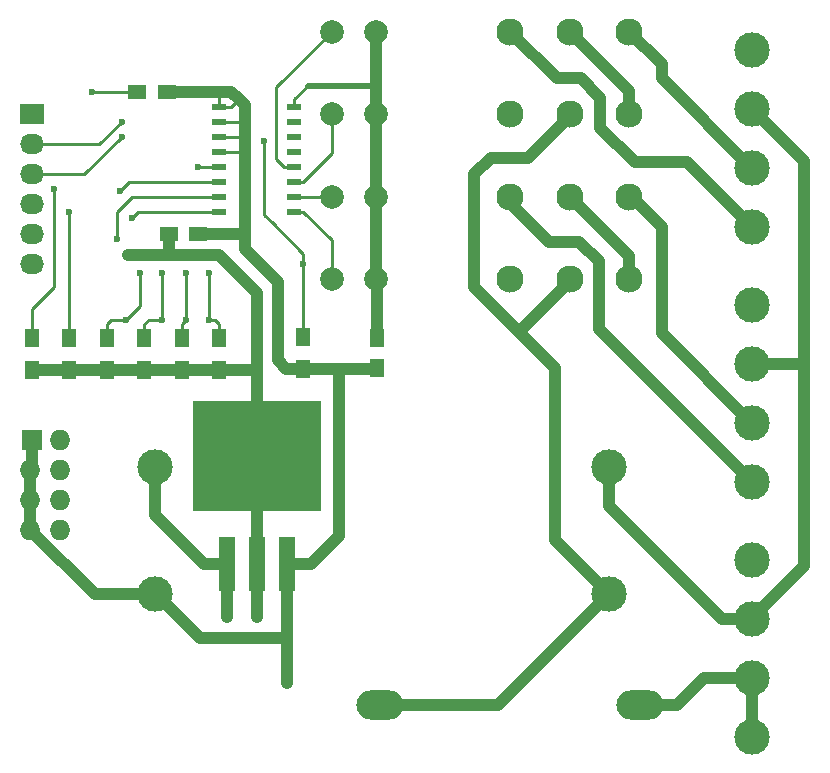
<source format=gbl>
G04 #@! TF.FileFunction,Copper,L2,Bot,Signal*
%FSLAX46Y46*%
G04 Gerber Fmt 4.6, Leading zero omitted, Abs format (unit mm)*
G04 Created by KiCad (PCBNEW 4.0.2+e4-6225~38~ubuntu14.04.1-stable) date Wed 27 Jul 2016 09:26:18 PM CEST*
%MOMM*%
G01*
G04 APERTURE LIST*
%ADD10C,0.100000*%
%ADD11R,1.727200X1.727200*%
%ADD12O,1.727200X1.727200*%
%ADD13R,1.500000X1.250000*%
%ADD14O,4.000500X2.499360*%
%ADD15R,2.032000X1.727200*%
%ADD16O,2.032000X1.727200*%
%ADD17R,1.300000X1.500000*%
%ADD18R,1.390000X4.600000*%
%ADD19R,10.800000X9.400000*%
%ADD20R,1.143000X0.508000*%
%ADD21C,3.000000*%
%ADD22C,2.300000*%
%ADD23C,2.000000*%
%ADD24R,1.250000X1.500000*%
%ADD25C,0.600000*%
%ADD26C,1.000000*%
%ADD27C,0.250000*%
%ADD28C,0.500000*%
G04 APERTURE END LIST*
D10*
D11*
X112268000Y-100330000D03*
D12*
X114681000Y-100330000D03*
X112141000Y-102870000D03*
X114681000Y-102870000D03*
X112141000Y-105410000D03*
X114681000Y-105410000D03*
X112141000Y-107950000D03*
X114681000Y-107950000D03*
D13*
X123845000Y-82931000D03*
X126345000Y-82931000D03*
X121178000Y-70866000D03*
X123678000Y-70866000D03*
D14*
X163781740Y-122809000D03*
X141780260Y-122809000D03*
D15*
X112268000Y-72771000D03*
D16*
X112268000Y-75311000D03*
X112268000Y-77851000D03*
X112268000Y-80391000D03*
X112268000Y-82931000D03*
X112268000Y-85471000D03*
D17*
X121793000Y-94441000D03*
X121793000Y-91741000D03*
X118618000Y-94441000D03*
X118618000Y-91741000D03*
X124968000Y-94441000D03*
X124968000Y-91741000D03*
X128143000Y-94441000D03*
X128143000Y-91741000D03*
X115443000Y-94441000D03*
X115443000Y-91741000D03*
X112268000Y-94441000D03*
X112268000Y-91741000D03*
X135255000Y-94314000D03*
X135255000Y-91614000D03*
D18*
X131318000Y-110871000D03*
D19*
X131318000Y-101721000D03*
D18*
X128778000Y-110871000D03*
X133858000Y-110871000D03*
D20*
X134493000Y-81026000D03*
X134493000Y-78486000D03*
X134493000Y-77216000D03*
X134493000Y-75946000D03*
X134493000Y-74676000D03*
X134493000Y-73406000D03*
X134493000Y-72136000D03*
X128143000Y-72136000D03*
X128143000Y-73406000D03*
X128143000Y-74676000D03*
X128143000Y-75946000D03*
X128143000Y-77216000D03*
X128143000Y-78486000D03*
X128143000Y-79756000D03*
X128143000Y-81026000D03*
X134493000Y-79756000D03*
D21*
X173230000Y-110476000D03*
X173230000Y-115476000D03*
X173230000Y-120476000D03*
X173230000Y-125476000D03*
X173230000Y-88886000D03*
X173230000Y-93886000D03*
X173230000Y-98886000D03*
X173230000Y-103886000D03*
X173230000Y-67296000D03*
X173230000Y-72296000D03*
X173230000Y-77296000D03*
X173230000Y-82296000D03*
X122663000Y-102661000D03*
X161163000Y-102661000D03*
X122663000Y-113411000D03*
X161163000Y-113411000D03*
D22*
X162868000Y-86741000D03*
X157828000Y-86741000D03*
X152788000Y-86741000D03*
D23*
X141448000Y-86741000D03*
X137668000Y-86741000D03*
D22*
X162868000Y-79756000D03*
X157828000Y-79756000D03*
X152788000Y-79756000D03*
D23*
X141448000Y-79756000D03*
X137668000Y-79756000D03*
D22*
X162868000Y-72771000D03*
X157828000Y-72771000D03*
X152788000Y-72771000D03*
D23*
X141448000Y-72771000D03*
X137668000Y-72771000D03*
D22*
X162868000Y-65786000D03*
X157828000Y-65786000D03*
X152788000Y-65786000D03*
D23*
X141448000Y-65786000D03*
X137668000Y-65786000D03*
D24*
X141478000Y-91714000D03*
X141478000Y-94214000D03*
D25*
X128778000Y-115316000D03*
X133858000Y-120904000D03*
X131064000Y-84963000D03*
X131318000Y-115316000D03*
X120396000Y-84709000D03*
X114173000Y-79121000D03*
X117348000Y-70866000D03*
X119888000Y-73406000D03*
X119888000Y-74676000D03*
X123317000Y-86233000D03*
X123317000Y-90170000D03*
X121412000Y-86233000D03*
X120269000Y-90170000D03*
X125349000Y-90170000D03*
X125349000Y-86233000D03*
X127254000Y-90170000D03*
X127254000Y-86233000D03*
X115443000Y-81026000D03*
X126365000Y-77216000D03*
X131953000Y-75057000D03*
X135255000Y-85471000D03*
X119761000Y-79248000D03*
X120777000Y-81534000D03*
X119507000Y-83312000D03*
D26*
X128778000Y-110871000D02*
X128778000Y-115316000D01*
X141478000Y-91714000D02*
X141478000Y-86771000D01*
X141478000Y-86771000D02*
X141448000Y-86741000D01*
D27*
X134493000Y-72136000D02*
X134493000Y-71501000D01*
D28*
X141478000Y-70485000D02*
X141448000Y-70485000D01*
X141478000Y-70388000D02*
X141478000Y-70485000D01*
X141448000Y-70358000D02*
X141478000Y-70388000D01*
X135636000Y-70358000D02*
X141448000Y-70358000D01*
D27*
X134493000Y-71501000D02*
X135636000Y-70358000D01*
D28*
X141478000Y-70231000D02*
X141448000Y-70231000D01*
X141448000Y-70231000D02*
X141478000Y-70231000D01*
X141478000Y-70231000D02*
X141448000Y-70231000D01*
D26*
X141448000Y-86741000D02*
X141448000Y-79756000D01*
X141448000Y-79756000D02*
X141448000Y-72771000D01*
X141448000Y-72771000D02*
X141448000Y-70485000D01*
X141448000Y-70485000D02*
X141448000Y-70231000D01*
X141448000Y-70231000D02*
X141448000Y-65786000D01*
X122663000Y-102661000D02*
X122663000Y-106661000D01*
X126873000Y-110871000D02*
X128778000Y-110871000D01*
X122663000Y-106661000D02*
X123317000Y-107315000D01*
X123317000Y-107315000D02*
X126873000Y-110871000D01*
X130302000Y-117094000D02*
X133858000Y-117094000D01*
X133858000Y-115316000D02*
X133858000Y-117094000D01*
X133858000Y-117094000D02*
X133858000Y-120904000D01*
X112141000Y-105410000D02*
X112141000Y-107950000D01*
X112141000Y-107950000D02*
X117602000Y-113411000D01*
X117602000Y-113411000D02*
X122663000Y-113411000D01*
X112141000Y-105410000D02*
X112141000Y-102870000D01*
X112268000Y-102743000D02*
X112268000Y-100330000D01*
X122663000Y-113411000D02*
X122809000Y-113411000D01*
X122809000Y-113411000D02*
X126492000Y-117094000D01*
X133858000Y-115316000D02*
X133858000Y-110871000D01*
X126492000Y-117094000D02*
X130302000Y-117094000D01*
X122663000Y-113411000D02*
X122682000Y-113411000D01*
D27*
X128143000Y-72136000D02*
X129159000Y-72136000D01*
X129159000Y-72136000D02*
X129794000Y-71501000D01*
D26*
X138303000Y-96520000D02*
X138303000Y-94314000D01*
X138303000Y-94314000D02*
X138303000Y-94361000D01*
X138303000Y-94361000D02*
X138303000Y-94314000D01*
X135255000Y-94314000D02*
X138303000Y-94314000D01*
X138303000Y-94314000D02*
X141378000Y-94314000D01*
X141378000Y-94314000D02*
X141478000Y-94214000D01*
D27*
X128143000Y-72136000D02*
X128143000Y-70866000D01*
X128143000Y-75946000D02*
X130302000Y-75946000D01*
X128143000Y-74676000D02*
X130302000Y-74676000D01*
X128143000Y-73406000D02*
X130302000Y-73406000D01*
D26*
X126345000Y-82931000D02*
X130302000Y-82931000D01*
X135255000Y-94314000D02*
X133811000Y-94314000D01*
X129159000Y-70866000D02*
X128143000Y-70866000D01*
X129794000Y-71501000D02*
X129159000Y-70866000D01*
X128143000Y-70866000D02*
X123678000Y-70866000D01*
X130302000Y-72009000D02*
X129794000Y-71501000D01*
X130302000Y-73406000D02*
X130302000Y-72009000D01*
X130302000Y-84201000D02*
X130302000Y-82931000D01*
X130302000Y-82931000D02*
X130302000Y-75946000D01*
X130302000Y-75946000D02*
X130302000Y-74676000D01*
X130302000Y-74676000D02*
X130302000Y-73406000D01*
X133096000Y-86995000D02*
X131064000Y-84963000D01*
X131064000Y-84963000D02*
X130302000Y-84201000D01*
X133096000Y-93599000D02*
X133096000Y-86995000D01*
X133811000Y-94314000D02*
X133096000Y-93599000D01*
X133858000Y-110871000D02*
X135890000Y-110871000D01*
X135890000Y-110871000D02*
X138303000Y-108458000D01*
X138303000Y-108458000D02*
X138303000Y-96520000D01*
X138303000Y-96520000D02*
X138303000Y-95631000D01*
X135890000Y-110871000D02*
X138303000Y-108458000D01*
X138303000Y-95631000D02*
X138303000Y-108458000D01*
X131318000Y-110871000D02*
X131318000Y-115316000D01*
X128143000Y-94441000D02*
X131318000Y-94441000D01*
X131318000Y-94441000D02*
X131318000Y-94488000D01*
X123845000Y-82931000D02*
X123845000Y-84709000D01*
X123845000Y-84709000D02*
X123825000Y-84709000D01*
X131318000Y-87884000D02*
X131318000Y-94488000D01*
X123825000Y-84709000D02*
X128143000Y-84709000D01*
X128143000Y-84709000D02*
X131318000Y-87884000D01*
X131318000Y-94488000D02*
X131318000Y-101721000D01*
X120396000Y-84709000D02*
X123825000Y-84709000D01*
X128143000Y-98546000D02*
X131318000Y-101721000D01*
X112268000Y-94441000D02*
X115443000Y-94441000D01*
X115443000Y-94441000D02*
X117094000Y-94441000D01*
X117094000Y-94441000D02*
X118618000Y-94441000D01*
X118618000Y-94441000D02*
X121793000Y-94441000D01*
X121793000Y-94441000D02*
X124968000Y-94441000D01*
X124968000Y-94441000D02*
X128143000Y-94441000D01*
X131318000Y-110871000D02*
X131318000Y-101721000D01*
X128143000Y-98546000D02*
X131318000Y-101721000D01*
D27*
X112268000Y-91741000D02*
X112268000Y-89281000D01*
X114173000Y-87376000D02*
X114173000Y-79121000D01*
X112268000Y-89281000D02*
X114173000Y-87376000D01*
X117348000Y-70866000D02*
X121178000Y-70866000D01*
D26*
X173230000Y-125476000D02*
X173230000Y-120476000D01*
X163781740Y-122809000D02*
X166878000Y-122809000D01*
X169211000Y-120476000D02*
X173230000Y-120476000D01*
X166878000Y-122809000D02*
X169211000Y-120476000D01*
X141780260Y-122809000D02*
X151765000Y-122809000D01*
X151765000Y-122809000D02*
X161163000Y-113411000D01*
X161163000Y-113411000D02*
X156591000Y-108839000D01*
X156591000Y-108839000D02*
X156591000Y-94234000D01*
X156591000Y-94234000D02*
X156591000Y-94361000D01*
X156591000Y-94361000D02*
X156591000Y-94234000D01*
D27*
X157828000Y-86741000D02*
X157828000Y-86901000D01*
D26*
X157828000Y-86901000D02*
X153543000Y-91186000D01*
D27*
X157828000Y-72771000D02*
X157828000Y-72931000D01*
D26*
X157828000Y-72931000D02*
X154305000Y-76454000D01*
X149733000Y-87376000D02*
X153543000Y-91186000D01*
X149733000Y-77851000D02*
X149733000Y-87376000D01*
X151130000Y-76454000D02*
X149733000Y-77851000D01*
X154305000Y-76454000D02*
X151130000Y-76454000D01*
X153543000Y-91186000D02*
X156591000Y-94234000D01*
D27*
X117983000Y-75311000D02*
X112268000Y-75311000D01*
X119888000Y-73406000D02*
X117983000Y-75311000D01*
X116713000Y-77851000D02*
X112268000Y-77851000D01*
X119888000Y-74676000D02*
X116713000Y-77851000D01*
X123317000Y-90170000D02*
X122174000Y-90170000D01*
X121793000Y-90551000D02*
X121793000Y-91741000D01*
X122174000Y-90170000D02*
X121793000Y-90551000D01*
X123317000Y-86233000D02*
X123317000Y-90170000D01*
X121412000Y-86233000D02*
X121412000Y-89027000D01*
X121412000Y-89027000D02*
X120269000Y-90170000D01*
X120269000Y-90170000D02*
X118999000Y-90170000D01*
X118999000Y-90170000D02*
X118618000Y-90551000D01*
X118618000Y-90551000D02*
X118618000Y-91741000D01*
X125349000Y-90170000D02*
X124968000Y-90551000D01*
X125349000Y-86233000D02*
X125349000Y-90170000D01*
X124968000Y-90551000D02*
X124968000Y-91741000D01*
X127254000Y-90170000D02*
X127762000Y-90170000D01*
X127762000Y-90170000D02*
X128143000Y-90551000D01*
X127254000Y-86233000D02*
X127254000Y-90170000D01*
X128143000Y-91741000D02*
X128143000Y-90551000D01*
X115443000Y-91741000D02*
X115443000Y-81026000D01*
X131953000Y-75057000D02*
X131953000Y-81280000D01*
X131953000Y-81280000D02*
X132588000Y-81915000D01*
X135255000Y-85471000D02*
X135255000Y-84582000D01*
X126365000Y-77216000D02*
X128143000Y-77216000D01*
X135255000Y-84582000D02*
X132588000Y-81915000D01*
X135255000Y-91614000D02*
X135255000Y-85471000D01*
X128143000Y-78486000D02*
X120523000Y-78486000D01*
X120523000Y-78486000D02*
X119761000Y-79248000D01*
X128143000Y-81026000D02*
X121285000Y-81026000D01*
X121285000Y-81026000D02*
X120777000Y-81534000D01*
X128143000Y-79756000D02*
X120777000Y-79756000D01*
X119507000Y-81026000D02*
X119507000Y-83312000D01*
X120777000Y-79756000D02*
X119507000Y-81026000D01*
X134493000Y-81026000D02*
X135255000Y-81026000D01*
X137668000Y-83439000D02*
X137668000Y-86741000D01*
X135255000Y-81026000D02*
X137668000Y-83439000D01*
X134493000Y-78486000D02*
X135255000Y-78486000D01*
X137668000Y-76073000D02*
X137668000Y-72771000D01*
X135255000Y-78486000D02*
X137668000Y-76073000D01*
X134493000Y-77216000D02*
X133604000Y-77216000D01*
X132969000Y-70485000D02*
X137668000Y-65786000D01*
X132969000Y-76581000D02*
X132969000Y-70485000D01*
X133604000Y-77216000D02*
X132969000Y-76581000D01*
X134493000Y-79756000D02*
X137668000Y-79756000D01*
D26*
X161163000Y-102661000D02*
X161163000Y-105918000D01*
X170721000Y-115476000D02*
X173230000Y-115476000D01*
X161163000Y-105918000D02*
X170721000Y-115476000D01*
X161163000Y-102661000D02*
X161208000Y-102661000D01*
X173230000Y-93886000D02*
X177673000Y-93886000D01*
X177673000Y-93886000D02*
X177673000Y-93980000D01*
X173230000Y-115476000D02*
X173230000Y-115441000D01*
X173230000Y-115441000D02*
X177673000Y-110998000D01*
X177673000Y-110998000D02*
X177673000Y-107061000D01*
X177673000Y-107061000D02*
X177673000Y-93980000D01*
X177673000Y-93980000D02*
X177673000Y-76739000D01*
X177673000Y-76739000D02*
X173230000Y-72296000D01*
X173355000Y-93886000D02*
X173355000Y-93980000D01*
X173230000Y-98886000D02*
X173181000Y-98886000D01*
X173181000Y-98886000D02*
X165608000Y-91313000D01*
X165608000Y-82296000D02*
X165608000Y-91313000D01*
X165608000Y-82296000D02*
X163068000Y-79756000D01*
D27*
X162868000Y-79756000D02*
X163068000Y-79756000D01*
D26*
X173230000Y-103886000D02*
X173228000Y-103886000D01*
X173228000Y-103886000D02*
X161671000Y-92329000D01*
X156083000Y-83566000D02*
X158623000Y-83566000D01*
X158623000Y-83566000D02*
X160274000Y-85217000D01*
X160274000Y-85217000D02*
X160274000Y-90932000D01*
X156083000Y-83566000D02*
X152788000Y-80271000D01*
X160274000Y-90932000D02*
X161671000Y-92329000D01*
D27*
X152788000Y-79756000D02*
X152788000Y-80271000D01*
D26*
X173230000Y-77296000D02*
X173181000Y-77296000D01*
X173181000Y-77296000D02*
X165608000Y-69723000D01*
X173150000Y-77216000D02*
X173230000Y-77296000D01*
X165608000Y-68526000D02*
X162868000Y-65786000D01*
X165608000Y-69723000D02*
X165608000Y-68526000D01*
X173230000Y-82296000D02*
X173228000Y-82296000D01*
X173228000Y-82296000D02*
X167767000Y-76835000D01*
X167767000Y-76835000D02*
X163322000Y-76835000D01*
X152788000Y-65786000D02*
X152788000Y-65793000D01*
X152788000Y-65793000D02*
X156718000Y-69723000D01*
X160401000Y-73914000D02*
X163322000Y-76835000D01*
X160401000Y-71374000D02*
X160401000Y-73914000D01*
X158750000Y-69723000D02*
X160401000Y-71374000D01*
X156718000Y-69723000D02*
X158750000Y-69723000D01*
D27*
X152788000Y-65786000D02*
X152908000Y-65786000D01*
D26*
X162868000Y-86741000D02*
X162868000Y-84796000D01*
X162868000Y-84796000D02*
X157828000Y-79756000D01*
X162868000Y-72771000D02*
X162868000Y-70826000D01*
X162868000Y-70826000D02*
X157828000Y-65786000D01*
M02*

</source>
